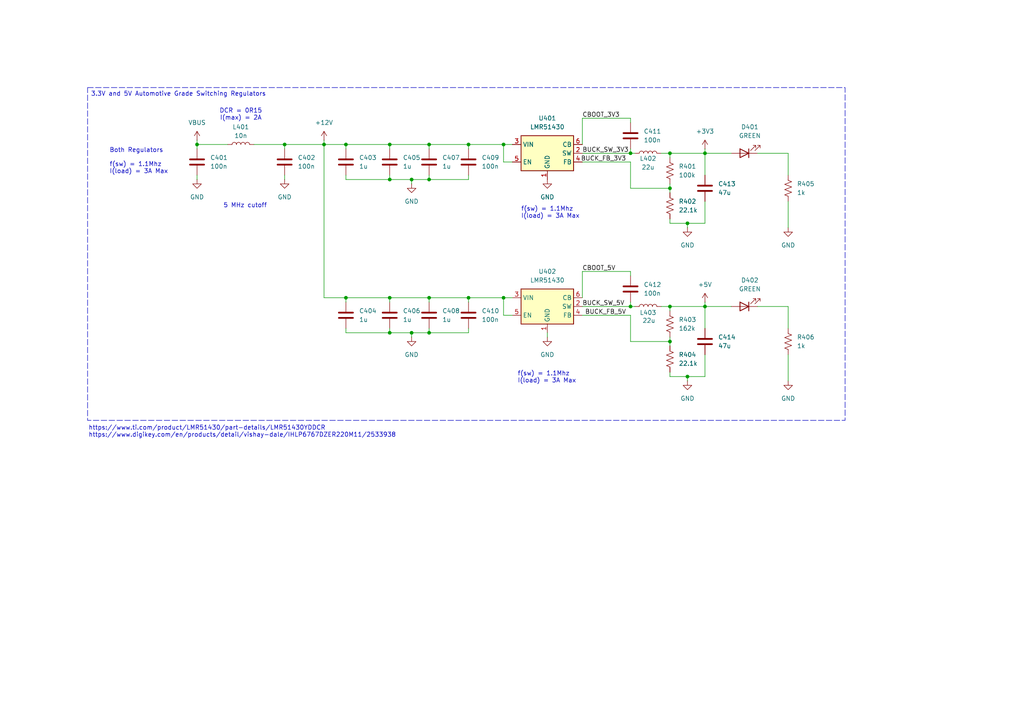
<source format=kicad_sch>
(kicad_sch (version 20231120) (generator "eeschema") (generator_version "8.0")
  (paper "A4")
  (title_block (title "STM32 Layout") (date "2025-01-10") (rev "A") (company "FSAE LSU") (comment 1 "Jacob Parent ") (comment 2 "parent.jacob7@protonmail.com"))
  (lib_symbols
    (symbol "Device:C" (pin_numbers hide) (pin_names (offset 0.254))
      (property "Reference" "C" (at 0.635 2.54 0))
      (property "Value" "C" (at 0.635 -2.54 0))
      (symbol "C_0_1"
        (polyline (pts (xy -2.032 -0.762) (xy 2.032 -0.762)) (stroke (width 0.508)))
        (polyline (pts (xy -2.032 0.762) (xy 2.032 0.762)) (stroke (width 0.508)))
      )
      (symbol "C_1_1"
        (pin passive line (at 0 3.81 270) (length 2.794) (name "~") (number "1"))
        (pin passive line (at 0 -3.81 90) (length 2.794) (name "~") (number "2"))
      )
    )
    (symbol "Device:L" (pin_numbers hide) (pin_names (offset 1.016) hide)
      (property "Reference" "L401" (at 5.08 0 90))
      (property "Value" "L" (at 2.54 0 90))
      (symbol "L_0_1"
        (arc (start 0 -2.54) (mid 0.6323 -1.905) (end 0 -1.27))
        (arc (start 0 -1.27) (mid 0.6323 -0.635) (end 0 0))
        (arc (start 0 0) (mid 0.6323 0.635) (end 0 1.27))
        (arc (start 0 1.27) (mid 0.6323 1.905) (end 0 2.54))
      )
      (symbol "L_1_1"
        (pin power_in line (at 0 3.81 270) (length 1.27) (name "1") (number "1"))
        (pin power_out line (at 0 -3.81 90) (length 1.27) (name "2") (number "2"))
      )
    )
    (symbol "Device:LED" (pin_numbers hide) (pin_names (offset 1.016) hide)
      (property "Reference" "D" (at 0 2.54 0))
      (property "Value" "LED" (at 0 -2.54 0))
      (symbol "LED_0_1"
        (polyline (pts (xy -1.27 -1.27) (xy -1.27 1.27)) (stroke (width 0.254)))
        (polyline (pts (xy -1.27 0) (xy 1.27 0)))
        (polyline (pts (xy 1.27 -1.27) (xy 1.27 1.27) (xy -1.27 0) (xy 1.27 -1.27)) (stroke (width 0.254)))
        (polyline (pts (xy -3.048 -0.762) (xy -4.572 -2.286) (xy -3.81 -2.286) (xy -4.572 -2.286) (xy -4.572 -1.524)))
        (polyline (pts (xy -1.778 -0.762) (xy -3.302 -2.286) (xy -2.54 -2.286) (xy -3.302 -2.286) (xy -3.302 -1.524)))
      )
      (symbol "LED_1_1"
        (pin passive line (at -3.81 0 0) (length 2.54) (name "K") (number "1"))
        (pin passive line (at 3.81 0 180) (length 2.54) (name "A") (number "2"))
      )
    )
    (symbol "Device:R_US" (pin_numbers hide) (pin_names (offset 0))
      (property "Reference" "R" (at 2.54 0 90))
      (property "Value" "R_US" (at -2.54 0 90))
      (symbol "R_US_0_1"
        (polyline (pts (xy 0 -2.286) (xy 0 -2.54)))
        (polyline (pts (xy 0 2.286) (xy 0 2.54)))
        (polyline (pts (xy 0 -0.762) (xy 1.016 -1.143) (xy 0 -1.524) (xy -1.016 -1.905) (xy 0 -2.286)))
        (polyline (pts (xy 0 0.762) (xy 1.016 0.381) (xy 0 0) (xy -1.016 -0.381) (xy 0 -0.762)))
        (polyline (pts (xy 0 2.286) (xy 1.016 1.905) (xy 0 1.524) (xy -1.016 1.143) (xy 0 0.762)))
      )
      (symbol "R_US_1_1"
        (pin passive line (at 0 3.81 270) (length 1.27) (name "~") (number "1"))
        (pin passive line (at 0 -3.81 90) (length 1.27) (name "~") (number "2"))
      )
    )
    (symbol "L_1" (pin_numbers hide) (pin_names (offset 1.016) hide)
      (property "Reference" "L402" (at -1.524 0 90))
      (property "Value" "22u" (at -4.064 0 90))
      (symbol "L_1_0_1"
        (arc (start 0 -2.54) (mid 0.6323 -1.905) (end 0 -1.27))
        (arc (start 0 -1.27) (mid 0.6323 -0.635) (end 0 0))
        (arc (start 0 0) (mid 0.6323 0.635) (end 0 1.27))
        (arc (start 0 1.27) (mid 0.6323 1.905) (end 0 2.54))
      )
      (symbol "L_1_1_1"
        (pin power_in line (at 0 3.81 270) (length 1.27) (name "1") (number "1"))
        (pin power_out line (at 0 -3.81 90) (length 1.27) (name "2") (number "2"))
      )
    )
    (symbol "L_2" (pin_numbers hide) (pin_names (offset 1.016) hide)
      (property "Reference" "L403" (at -1.778 0 90))
      (property "Value" "22u" (at -4.064 -0.254 90))
      (symbol "L_2_0_1"
        (arc (start 0 -2.54) (mid 0.6323 -1.905) (end 0 -1.27))
        (arc (start 0 -1.27) (mid 0.6323 -0.635) (end 0 0))
        (arc (start 0 0) (mid 0.6323 0.635) (end 0 1.27))
        (arc (start 0 1.27) (mid 0.6323 1.905) (end 0 2.54))
      )
      (symbol "L_2_1_1"
        (pin power_in line (at 0 3.81 270) (length 1.27) (name "1") (number "1"))
        (pin power_out line (at 0 -3.81 90) (length 1.27) (name "2") (number "2"))
      )
    )
    (symbol "Regulator_Switching:LMR51430"
      (property "Reference" "U" (at -7.62 6.35 0))
      (property "Value" "LMR51430" (at 0 6.35 0))
      (symbol "LMR51430_0_1"
        (rectangle (start -7.62 5.08) (end 7.62 -5.08) (stroke (width 0.254)) (fill (type background)))
      )
      (symbol "LMR51430_1_1"
        (pin power_in line (at 0 -7.62 90) (length 2.54) (name "GND") (number "1"))
        (pin power_out line (at 10.16 0 180) (length 2.54) (name "SW") (number "2"))
        (pin power_in line (at -10.16 2.54 0) (length 2.54) (name "VIN") (number "3"))
        (pin input line (at 10.16 -2.54 180) (length 2.54) (name "FB") (number "4"))
        (pin input line (at -10.16 -2.54 0) (length 2.54) (name "EN") (number "5"))
        (pin passive line (at 10.16 2.54 180) (length 2.54) (name "CB") (number "6"))
      )
    )
    (symbol "power:+12V" (power) (pin_numbers hide) (pin_names (offset 0) hide)
      (property "Value" "+12V" (at 0 3.556 0))
      (symbol "+12V_0_1"
        (polyline (pts (xy -0.762 1.27) (xy 0 2.54)))
        (polyline (pts (xy 0 0) (xy 0 2.54)))
        (polyline (pts (xy 0 2.54) (xy 0.762 1.27)))
      )
      (symbol "+12V_1_1"
        (pin power_in line (at 0 0 90) (length 0) (name "~") (number "1"))
      )
    )
    (symbol "power:+3V3" (power) (pin_numbers hide) (pin_names (offset 0) hide)
      (property "Value" "+3V3" (at 0 3.556 0))
      (symbol "+3V3_0_1"
        (polyline (pts (xy -0.762 1.27) (xy 0 2.54)))
        (polyline (pts (xy 0 0) (xy 0 2.54)))
        (polyline (pts (xy 0 2.54) (xy 0.762 1.27)))
      )
      (symbol "+3V3_1_1"
        (pin power_in line (at 0 0 90) (length 0) (name "~") (number "1"))
      )
    )
    (symbol "power:+5V" (power) (pin_numbers hide) (pin_names (offset 0) hide)
      (property "Value" "+5V" (at 0 3.556 0))
      (symbol "+5V_0_1"
        (polyline (pts (xy -0.762 1.27) (xy 0 2.54)))
        (polyline (pts (xy 0 0) (xy 0 2.54)))
        (polyline (pts (xy 0 2.54) (xy 0.762 1.27)))
      )
      (symbol "+5V_1_1"
        (pin power_in line (at 0 0 90) (length 0) (name "~") (number "1"))
      )
    )
    (symbol "power:GND" (power) (pin_numbers hide) (pin_names (offset 0) hide)
      (property "Value" "GND" (at 0 -3.81 0))
      (symbol "GND_0_1"
        (polyline (pts (xy 0 0) (xy 0 -1.27) (xy 1.27 -1.27) (xy 0 -2.54) (xy -1.27 -1.27) (xy 0 -1.27)))
      )
      (symbol "GND_1_1"
        (pin power_in line (at 0 0 270) (length 0) (name "~") (number "1"))
      )
    )
    (symbol "power:VBUS" (power) (pin_numbers hide) (pin_names (offset 0) hide)
      (property "Value" "VBUS" (at 0 3.556 0))
      (symbol "VBUS_0_1"
        (polyline (pts (xy -0.762 1.27) (xy 0 2.54)))
        (polyline (pts (xy 0 0) (xy 0 2.54)))
        (polyline (pts (xy 0 2.54) (xy 0.762 1.27)))
      )
      (symbol "VBUS_1_1"
        (pin power_in line (at 0 0 90) (length 0) (name "~") (number "1"))
      )
    )
  )
  (junction (at 146.05 41.91))
  (junction (at 113.03 41.91))
  (junction (at 146.05 86.36))
  (junction (at 199.39 109.22))
  (junction (at 124.46 86.36))
  (junction (at 204.47 88.9))
  (junction (at 135.89 86.36))
  (junction (at 100.33 41.91))
  (junction (at 194.31 88.9))
  (junction (at 194.31 54.61))
  (junction (at 113.03 52.07))
  (junction (at 119.38 96.52))
  (junction (at 199.39 64.77))
  (junction (at 113.03 96.52))
  (junction (at 194.31 99.06))
  (junction (at 124.46 41.91))
  (junction (at 82.55 41.91))
  (junction (at 124.46 96.52))
  (junction (at 57.15 41.91))
  (junction (at 182.88 44.45))
  (junction (at 93.98 41.91))
  (junction (at 182.88 88.9))
  (junction (at 194.31 44.45))
  (junction (at 135.89 41.91))
  (junction (at 124.46 52.07))
  (junction (at 204.47 44.45))
  (junction (at 100.33 86.36))
  (junction (at 113.03 86.36))
  (junction (at 119.38 52.07))
  (wire (pts (xy 100.33 86.36) (xy 100.33 87.63)))
  (wire (pts (xy 182.88 43.18) (xy 182.88 44.45)))
  (wire (pts (xy 199.39 109.22) (xy 194.31 109.22)))
  (wire (pts (xy 194.31 54.61) (xy 194.31 55.88)))
  (wire (pts (xy 182.88 54.61) (xy 194.31 54.61)))
  (wire (pts (xy 146.05 91.44) (xy 146.05 86.36)))
  (wire (pts (xy 124.46 86.36) (xy 135.89 86.36)))
  (wire (pts (xy 113.03 96.52) (xy 100.33 96.52)))
  (wire (pts (xy 194.31 97.79) (xy 194.31 99.06)))
  (wire (pts (xy 199.39 64.77) (xy 194.31 64.77)))
  (wire (pts (xy 124.46 96.52) (xy 124.46 95.25)))
  (wire (pts (xy 168.91 34.29) (xy 168.91 41.91)))
  (wire (pts (xy 124.46 41.91) (xy 135.89 41.91)))
  (wire (pts (xy 135.89 86.36) (xy 135.89 87.63)))
  (wire (pts (xy 73.66 41.91) (xy 82.55 41.91)))
  (wire (pts (xy 82.55 50.8) (xy 82.55 52.07)))
  (wire (pts (xy 182.88 99.06) (xy 194.31 99.06)))
  (wire (pts (xy 135.89 86.36) (xy 146.05 86.36)))
  (wire (pts (xy 194.31 99.06) (xy 194.31 100.33)))
  (wire (pts (xy 204.47 95.25) (xy 204.47 88.9)))
  (wire (pts (xy 182.88 87.63) (xy 182.88 88.9)))
  (wire (pts (xy 182.88 88.9) (xy 184.15 88.9)))
  (wire (pts (xy 57.15 43.18) (xy 57.15 41.91)))
  (wire (pts (xy 113.03 41.91) (xy 113.03 43.18)))
  (wire (pts (xy 146.05 46.99) (xy 146.05 41.91)))
  (wire (pts (xy 204.47 43.18) (xy 204.47 44.45)))
  (wire (pts (xy 146.05 41.91) (xy 148.59 41.91)))
  (wire (pts (xy 82.55 41.91) (xy 93.98 41.91)))
  (wire (pts (xy 100.33 41.91) (xy 113.03 41.91)))
  (wire (pts (xy 168.91 46.99) (xy 182.88 46.99)))
  (wire (pts (xy 219.71 88.9) (xy 228.6 88.9)))
  (wire (pts (xy 113.03 95.25) (xy 113.03 96.52)))
  (wire (pts (xy 204.47 87.63) (xy 204.47 88.9)))
  (wire (pts (xy 124.46 43.18) (xy 124.46 41.91)))
  (wire (pts (xy 135.89 41.91) (xy 146.05 41.91)))
  (wire (pts (xy 93.98 40.64) (xy 93.98 41.91)))
  (wire (pts (xy 148.59 46.99) (xy 146.05 46.99)))
  (wire (pts (xy 182.88 34.29) (xy 182.88 35.56)))
  (wire (pts (xy 168.91 88.9) (xy 182.88 88.9)))
  (wire (pts (xy 168.91 44.45) (xy 182.88 44.45)))
  (wire (pts (xy 228.6 58.42) (xy 228.6 66.04)))
  (wire (pts (xy 204.47 44.45) (xy 212.09 44.45)))
  (wire (pts (xy 124.46 87.63) (xy 124.46 86.36)))
  (wire (pts (xy 113.03 96.52) (xy 119.38 96.52)))
  (wire (pts (xy 219.71 44.45) (xy 228.6 44.45)))
  (wire (pts (xy 57.15 40.64) (xy 57.15 41.91)))
  (wire (pts (xy 93.98 86.36) (xy 93.98 41.91)))
  (wire (pts (xy 135.89 41.91) (xy 135.89 43.18)))
  (wire (pts (xy 124.46 52.07) (xy 124.46 50.8)))
  (wire (pts (xy 113.03 86.36) (xy 113.03 87.63)))
  (wire (pts (xy 146.05 86.36) (xy 148.59 86.36)))
  (wire (pts (xy 113.03 52.07) (xy 119.38 52.07)))
  (wire (pts (xy 124.46 96.52) (xy 135.89 96.52)))
  (wire (pts (xy 113.03 41.91) (xy 124.46 41.91)))
  (wire (pts (xy 228.6 88.9) (xy 228.6 95.25)))
  (wire (pts (xy 168.91 91.44) (xy 182.88 91.44)))
  (wire (pts (xy 199.39 109.22) (xy 204.47 109.22)))
  (wire (pts (xy 57.15 50.8) (xy 57.15 52.07)))
  (wire (pts (xy 204.47 58.42) (xy 204.47 64.77)))
  (wire (pts (xy 194.31 88.9) (xy 204.47 88.9)))
  (wire (pts (xy 119.38 52.07) (xy 124.46 52.07)))
  (wire (pts (xy 168.91 78.74) (xy 182.88 78.74)))
  (wire (pts (xy 194.31 64.77) (xy 194.31 63.5)))
  (wire (pts (xy 82.55 41.91) (xy 82.55 43.18)))
  (wire (pts (xy 191.77 88.9) (xy 194.31 88.9)))
  (wire (pts (xy 194.31 44.45) (xy 204.47 44.45)))
  (wire (pts (xy 158.75 97.79) (xy 158.75 96.52)))
  (wire (pts (xy 113.03 86.36) (xy 124.46 86.36)))
  (wire (pts (xy 194.31 90.17) (xy 194.31 88.9)))
  (wire (pts (xy 204.47 102.87) (xy 204.47 109.22)))
  (wire (pts (xy 182.88 44.45) (xy 184.15 44.45)))
  (wire (pts (xy 168.91 34.29) (xy 182.88 34.29)))
  (wire (pts (xy 194.31 109.22) (xy 194.31 107.95)))
  (wire (pts (xy 119.38 96.52) (xy 124.46 96.52)))
  (wire (pts (xy 182.88 91.44) (xy 182.88 99.06)))
  (wire (pts (xy 100.33 96.52) (xy 100.33 95.25)))
  (wire (pts (xy 113.03 50.8) (xy 113.03 52.07)))
  (wire (pts (xy 119.38 97.79) (xy 119.38 96.52)))
  (wire (pts (xy 199.39 64.77) (xy 204.47 64.77)))
  (wire (pts (xy 93.98 86.36) (xy 100.33 86.36)))
  (wire (pts (xy 182.88 78.74) (xy 182.88 80.01)))
  (wire (pts (xy 199.39 66.04) (xy 199.39 64.77)))
  (wire (pts (xy 100.33 86.36) (xy 113.03 86.36)))
  (wire (pts (xy 93.98 41.91) (xy 100.33 41.91)))
  (wire (pts (xy 168.91 86.36) (xy 168.91 78.74)))
  (wire (pts (xy 100.33 41.91) (xy 100.33 43.18)))
  (wire (pts (xy 204.47 88.9) (xy 212.09 88.9)))
  (wire (pts (xy 191.77 44.45) (xy 194.31 44.45)))
  (wire (pts (xy 57.15 41.91) (xy 66.04 41.91)))
  (wire (pts (xy 228.6 44.45) (xy 228.6 50.8)))
  (wire (pts (xy 194.31 53.34) (xy 194.31 54.61)))
  (wire (pts (xy 135.89 96.52) (xy 135.89 95.25)))
  (wire (pts (xy 182.88 46.99) (xy 182.88 54.61)))
  (wire (pts (xy 119.38 53.34) (xy 119.38 52.07)))
  (wire (pts (xy 100.33 52.07) (xy 100.33 50.8)))
  (wire (pts (xy 204.47 50.8) (xy 204.47 44.45)))
  (wire (pts (xy 135.89 52.07) (xy 135.89 50.8)))
  (wire (pts (xy 124.46 52.07) (xy 135.89 52.07)))
  (wire (pts (xy 228.6 102.87) (xy 228.6 110.49)))
  (wire (pts (xy 199.39 110.49) (xy 199.39 109.22)))
  (wire (pts (xy 194.31 45.72) (xy 194.31 44.45)))
  (wire (pts (xy 113.03 52.07) (xy 100.33 52.07)))
  (wire (pts (xy 148.59 91.44) (xy 146.05 91.44)))
  (text_box "3.3V and 5V Automotive Grade Switching Regulators" (at 25.4 25.4 0) (size 219.71 96.52) (stroke (width 0) (type dash)) (effects (font (size 1.27 1.27)) (justify left top)))
  (text "https://www.ti.com/product/LMR51430/part-details/LMR51430YDDCR\nhttps://www.digikey.com/en/products/detail/vishay-dale/IHLP6767DZER220M11/2533938" (at 25.654 125.222 0) (effects (font (size 1.27 1.27)) (justify left)))
  (text "f(sw) = 1.1Mhz\nI(load) = 3A Max" (at 150.114 109.474 0) (effects (font (size 1.27 1.27)) (justify left)))
  (text "DCR = 0R15\nI(max) = 2A\n\n" (at 69.85 34.29 0) (effects (font (size 1.27 1.27))))
  (text "f(sw) = 1.1Mhz\nI(load) = 3A Max" (at 151.13 61.722 0) (effects (font (size 1.27 1.27)) (justify left)))
  (text "Both Regulators\n\nf(sw) = 1.1Mhz\nI(load) = 3A Max" (at 31.75 46.736 0) (effects (font (size 1.27 1.27)) (justify left)))
  (text "5 MHz cutoff\n" (at 71.12 59.69 0) (effects (font (size 1.27 1.27))))
  (label "BUCK_FB_3V3" (at 181.61 46.99 180))
  (label "BUCK_FB_5V" (at 181.61 91.44 180))
  (label "CBOOT_5V" (at 168.91 78.74 0))
  (label "CBOOT_3V3" (at 168.91 34.29 0))
  (label "BUCK_SW_3V3" (at 168.91 44.45 0))
  (label "BUCK_SW_5V" (at 168.91 88.9 0))
  (symbol (lib_id "Device:R_US") (at 194.31 104.14 0) (unit 1)
    (property "Reference" "R404" (at 196.85 102.8699 0) (effects (justify left)))
    (property "Value" "22.1k" (at 196.85 105.4099 0) (effects (justify left)))
    (property "Footprint" "Resistor_SMD:R_0402_1005Metric" (effects (hide yes)))
    (property "Description" "Resistor, US symbol" (effects (hide yes)))
  )
  (symbol (lib_id "power:GND") (at 228.6 66.04 0) (unit 1)
    (property "Reference" "#PWR0413" (effects (hide yes)))
    (property "Value" "GND" (at 228.6 71.12 0))
    (property "Description" "Power symbol creates a global label with name \"GND\" , ground" (effects (hide yes)))
  )
  (symbol (lib_id "power:GND") (at 199.39 110.49 0) (unit 1)
    (property "Reference" "#PWR0410" (effects (hide yes)))
    (property "Value" "GND" (at 199.39 115.57 0))
    (property "Description" "Power symbol creates a global label with name \"GND\" , ground" (effects (hide yes)))
  )
  (symbol (lib_id "power:GND") (at 119.38 53.34 0) (unit 1)
    (property "Reference" "#PWR0405" (effects (hide yes)))
    (property "Value" "GND" (at 119.38 58.42 0))
    (property "Description" "Power symbol creates a global label with name \"GND\" , ground" (effects (hide yes)))
  )
  (symbol (lib_id "Device:C") (at 204.47 99.06 0) (unit 1)
    (property "Reference" "C414" (at 208.28 97.7899 0) (effects (justify left)))
    (property "Value" "47u" (at 208.28 100.3299 0) (effects (justify left)))
    (property "Description" "Unpolarized capacitor" (effects (hide yes)))
  )
  (symbol (lib_id "Device:C") (at 124.46 91.44 0) (unit 1)
    (property "Reference" "C408" (at 128.27 90.1699 0) (effects (justify left)))
    (property "Value" "1u" (at 128.27 92.7099 0) (effects (justify left)))
    (property "Description" "Unpolarized capacitor" (effects (hide yes)))
  )
  (symbol (lib_id "Device:C") (at 182.88 39.37 0) (unit 1)
    (property "Reference" "C411" (at 186.69 38.0999 0) (effects (justify left)))
    (property "Value" "100n" (at 186.69 40.6399 0) (effects (justify left)))
    (property "Description" "Unpolarized capacitor" (effects (hide yes)))
  )
  (symbol (lib_id "Device:C") (at 100.33 91.44 0) (unit 1)
    (property "Reference" "C404" (at 104.14 90.1699 0) (effects (justify left)))
    (property "Value" "1u" (at 104.14 92.7099 0) (effects (justify left)))
    (property "Description" "Unpolarized capacitor" (effects (hide yes)))
  )
  (symbol (lib_id "Device:C") (at 182.88 83.82 0) (unit 1)
    (property "Reference" "C412" (at 186.69 82.5499 0) (effects (justify left)))
    (property "Value" "100n" (at 186.69 85.0899 0) (effects (justify left)))
    (property "Description" "Unpolarized capacitor" (effects (hide yes)))
  )
  (symbol (lib_id "Device:LED") (at 215.9 88.9 180) (unit 1)
    (property "Reference" "D402" (at 217.4875 81.28 0))
    (property "Value" "GREEN" (at 217.4875 83.82 0))
    (property "Description" "Light emitting diode" (effects (hide yes)))
  )
  (symbol (lib_id "power:GND") (at 199.39 66.04 0) (unit 1)
    (property "Reference" "#PWR0409" (effects (hide yes)))
    (property "Value" "GND" (at 199.39 71.12 0))
    (property "Description" "Power symbol creates a global label with name \"GND\" , ground" (effects (hide yes)))
  )
  (symbol (lib_id "power:GND") (at 228.6 110.49 0) (unit 1)
    (property "Reference" "#PWR0414" (effects (hide yes)))
    (property "Value" "GND" (at 228.6 115.57 0))
    (property "Description" "Power symbol creates a global label with name \"GND\" , ground" (effects (hide yes)))
  )
  (symbol (lib_id "power:VBUS") (at 57.15 40.64 0) (unit 1)
    (property "Reference" "#PWR0401" (effects (hide yes)))
    (property "Value" "VBUS" (at 57.15 35.56 0))
    (property "Description" "Power symbol creates a global label with name \"VBUS\"" (effects (hide yes)))
  )
  (symbol (lib_id "Device:C") (at 135.89 91.44 0) (unit 1)
    (property "Reference" "C410" (at 139.7 90.1699 0) (effects (justify left)))
    (property "Value" "100n" (at 139.7 92.7099 0) (effects (justify left)))
    (property "Description" "Unpolarized capacitor" (effects (hide yes)))
  )
  (symbol (lib_id "power:GND") (at 158.75 97.79 0) (unit 1)
    (property "Reference" "#PWR0408" (effects (hide yes)))
    (property "Value" "GND" (at 158.75 102.87 0))
    (property "Description" "Power symbol creates a global label with name \"GND\" , ground" (effects (hide yes)))
  )
  (symbol (lib_id "Device:C") (at 113.03 91.44 0) (unit 1)
    (property "Reference" "C406" (at 116.84 90.1699 0) (effects (justify left)))
    (property "Value" "1u" (at 116.84 92.7099 0) (effects (justify left)))
    (property "Description" "Unpolarized capacitor" (effects (hide yes)))
  )
  (symbol (lib_id "Device:C") (at 204.47 54.61 0) (unit 1)
    (property "Reference" "C413" (at 208.28 53.3399 0) (effects (justify left)))
    (property "Value" "47u" (at 208.28 55.8799 0) (effects (justify left)))
    (property "Description" "Unpolarized capacitor" (effects (hide yes)))
  )
  (symbol (lib_id "power:GND") (at 57.15 52.07 0) (unit 1)
    (property "Reference" "#PWR0402" (effects (hide yes)))
    (property "Value" "GND" (at 57.15 57.15 0))
    (property "Description" "Power symbol creates a global label with name \"GND\" , ground" (effects (hide yes)))
  )
  (symbol (lib_id "power:GND") (at 82.55 52.07 0) (unit 1)
    (property "Reference" "#PWR0403" (effects (hide yes)))
    (property "Value" "GND" (at 82.55 57.15 0))
    (property "Description" "Power symbol creates a global label with name \"GND\" , ground" (effects (hide yes)))
  )
  (symbol (lib_id "Device:C") (at 57.15 46.99 0) (unit 1)
    (property "Reference" "C401" (at 60.96 45.7199 0) (effects (justify left)))
    (property "Value" "100n" (at 60.96 48.2599 0) (effects (justify left)))
    (property "Description" "Unpolarized capacitor" (effects (hide yes)))
  )
  (symbol (lib_id "Device:C") (at 124.46 46.99 0) (unit 1)
    (property "Reference" "C407" (at 128.27 45.7199 0) (effects (justify left)))
    (property "Value" "1u" (at 128.27 48.2599 0) (effects (justify left)))
    (property "Description" "Unpolarized capacitor" (effects (hide yes)))
  )
  (symbol (lib_id "power:GND") (at 119.38 97.79 0) (unit 1)
    (property "Reference" "#PWR0406" (effects (hide yes)))
    (property "Value" "GND" (at 119.38 102.87 0))
    (property "Description" "Power symbol creates a global label with name \"GND\" , ground" (effects (hide yes)))
  )
  (symbol (lib_id "Device:C") (at 100.33 46.99 0) (unit 1)
    (property "Reference" "C403" (at 104.14 45.7199 0) (effects (justify left)))
    (property "Value" "1u" (at 104.14 48.2599 0) (effects (justify left)))
    (property "Description" "Unpolarized capacitor" (effects (hide yes)))
  )
  (symbol (lib_id "Device:C") (at 135.89 46.99 0) (unit 1)
    (property "Reference" "C409" (at 139.7 45.7199 0) (effects (justify left)))
    (property "Value" "100n" (at 139.7 48.2599 0) (effects (justify left)))
    (property "Description" "Unpolarized capacitor" (effects (hide yes)))
  )
  (symbol (lib_id "Device:R_US") (at 194.31 93.98 0) (unit 1)
    (property "Reference" "R403" (at 196.85 92.7099 0) (effects (justify left)))
    (property "Value" "162k" (at 196.85 95.2499 0) (effects (justify left)))
    (property "Footprint" "Resistor_SMD:R_0402_1005Metric" (effects (hide yes)))
    (property "Description" "Resistor, US symbol" (effects (hide yes)))
  )
  (symbol (lib_id "power:+12V") (at 93.98 40.64 0) (unit 1)
    (property "Reference" "#PWR0404" (effects (hide yes)))
    (property "Value" "+12V" (at 93.98 35.56 0))
    (property "Description" "Power symbol creates a global label with name \"+12V\"" (effects (hide yes)))
  )
  (symbol (lib_id "Device:C") (at 113.03 46.99 0) (unit 1)
    (property "Reference" "C405" (at 116.84 45.7199 0) (effects (justify left)))
    (property "Value" "1u" (at 116.84 48.2599 0) (effects (justify left)))
    (property "Description" "Unpolarized capacitor" (effects (hide yes)))
  )
  (symbol (lib_name "L_2") (lib_id "Device:L") (at 187.96 88.9 90) (unit 1)
    (property "Reference" "L403" (at 187.96 90.678 90))
    (property "Value" "22u" (at 188.214 92.964 90))
    (property "Footprint" "SW_Inductor:IND_IHLP-6767DZ_VIS" (effects (hide yes)))
    (property "Description" "Inductor" (effects (hide yes)))
  )
  (symbol (lib_id "power:+3V3") (at 204.47 43.18 0) (unit 1)
    (property "Reference" "#PWR0411" (effects (hide yes)))
    (property "Value" "+3V3" (at 204.47 38.1 0))
    (property "Description" "Power symbol creates a global label with name \"+3V3\"" (effects (hide yes)))
  )
  (symbol (lib_id "Device:R_US") (at 228.6 99.06 0) (unit 1)
    (property "Reference" "R406" (at 231.14 97.7899 0) (effects (justify left)))
    (property "Value" "1k" (at 231.14 100.3299 0) (effects (justify left)))
    (property "Footprint" "Resistor_SMD:R_0402_1005Metric" (effects (hide yes)))
    (property "Description" "Resistor, US symbol" (effects (hide yes)))
  )
  (symbol (lib_id "power:+5V") (at 204.47 87.63 0) (unit 1)
    (property "Reference" "#PWR0412" (effects (hide yes)))
    (property "Value" "+5V" (at 204.47 82.55 0))
    (property "Description" "Power symbol creates a global label with name \"+5V\"" (effects (hide yes)))
  )
  (symbol (lib_id "power:GND") (at 158.75 52.07 0) (unit 1)
    (property "Reference" "#PWR0407" (effects (hide yes)))
    (property "Value" "GND" (at 158.75 57.15 0))
    (property "Description" "Power symbol creates a global label with name \"GND\" , ground" (effects (hide yes)))
  )
  (symbol (lib_id "Regulator_Switching:LMR51430") (at 158.75 88.9 0) (unit 1)
    (property "Reference" "U402" (at 158.75 78.74 0))
    (property "Value" "LMR51430" (at 158.75 81.28 0))
    (property "Footprint" "Package_TO_SOT_SMD:SOT-23-6" (effects (hide yes)))
    (property "Datasheet" "https://www.ti.com/lit/ds/symlink/lmr51430.pdf" (effects (hide yes)))
    (property "Description" "4.5-V to 36-V, 3-A synchronous buck converter with 40-µA IQ, SOT-23-6" (effects (hide yes)))
  )
  (symbol (lib_id "Device:LED") (at 215.9 44.45 180) (unit 1)
    (property "Reference" "D401" (at 217.4875 36.83 0))
    (property "Value" "GREEN" (at 217.4875 39.37 0))
    (property "Description" "Light emitting diode" (effects (hide yes)))
  )
  (symbol (lib_id "Device:L") (at 69.85 41.91 90) (unit 1)
    (property "Reference" "L401" (at 69.85 36.83 90))
    (property "Value" "10n" (at 69.85 39.37 90))
    (property "Description" "Inductor" (effects (hide yes)))
  )
  (symbol (lib_id "Regulator_Switching:LMR51430") (at 158.75 44.45 0) (unit 1)
    (property "Reference" "U401" (at 158.75 34.29 0))
    (property "Value" "LMR51430" (at 158.75 36.83 0))
    (property "Footprint" "Package_TO_SOT_SMD:SOT-23-6" (effects (hide yes)))
    (property "Datasheet" "https://www.ti.com/lit/ds/symlink/lmr51430.pdf" (effects (hide yes)))
    (property "Description" "4.5-V to 36-V, 3-A synchronous buck converter with 40-µA IQ, SOT-23-6" (effects (hide yes)))
  )
  (symbol (lib_id "Device:C") (at 82.55 46.99 0) (unit 1)
    (property "Reference" "C402" (at 86.36 45.7199 0) (effects (justify left)))
    (property "Value" "100n" (at 86.36 48.2599 0) (effects (justify left)))
    (property "Description" "Unpolarized capacitor" (effects (hide yes)))
  )
  (symbol (lib_id "Device:R_US") (at 194.31 59.69 0) (unit 1)
    (property "Reference" "R402" (at 196.85 58.4199 0) (effects (justify left)))
    (property "Value" "22.1k" (at 196.85 60.9599 0) (effects (justify left)))
    (property "Footprint" "Resistor_SMD:R_0402_1005Metric" (effects (hide yes)))
    (property "Description" "Resistor, US symbol" (effects (hide yes)))
  )
  (symbol (lib_id "Device:R_US") (at 194.31 49.53 0) (unit 1)
    (property "Reference" "R401" (at 196.85 48.2599 0) (effects (justify left)))
    (property "Value" "100k" (at 196.85 50.7999 0) (effects (justify left)))
    (property "Footprint" "Resistor_SMD:R_0402_1005Metric" (effects (hide yes)))
    (property "Description" "Resistor, US symbol" (effects (hide yes)))
  )
  (symbol (lib_name "L_1") (lib_id "Device:L") (at 187.96 44.45 90) (unit 1)
    (property "Reference" "L402" (at 187.96 45.974 90))
    (property "Value" "22u" (at 187.96 48.514 90))
    (property "Footprint" "SW_Inductor:IND_IHLP-6767DZ_VIS" (effects (hide yes)))
    (property "Description" "Inductor" (effects (hide yes)))
  )
  (symbol (lib_id "Device:R_US") (at 228.6 54.61 0) (unit 1)
    (property "Reference" "R405" (at 231.14 53.3399 0) (effects (justify left)))
    (property "Value" "1k" (at 231.14 55.8799 0) (effects (justify left)))
    (property "Footprint" "Resistor_SMD:R_0402_1005Metric" (effects (hide yes)))
    (property "Description" "Resistor, US symbol" (effects (hide yes)))
  )
)
</source>
